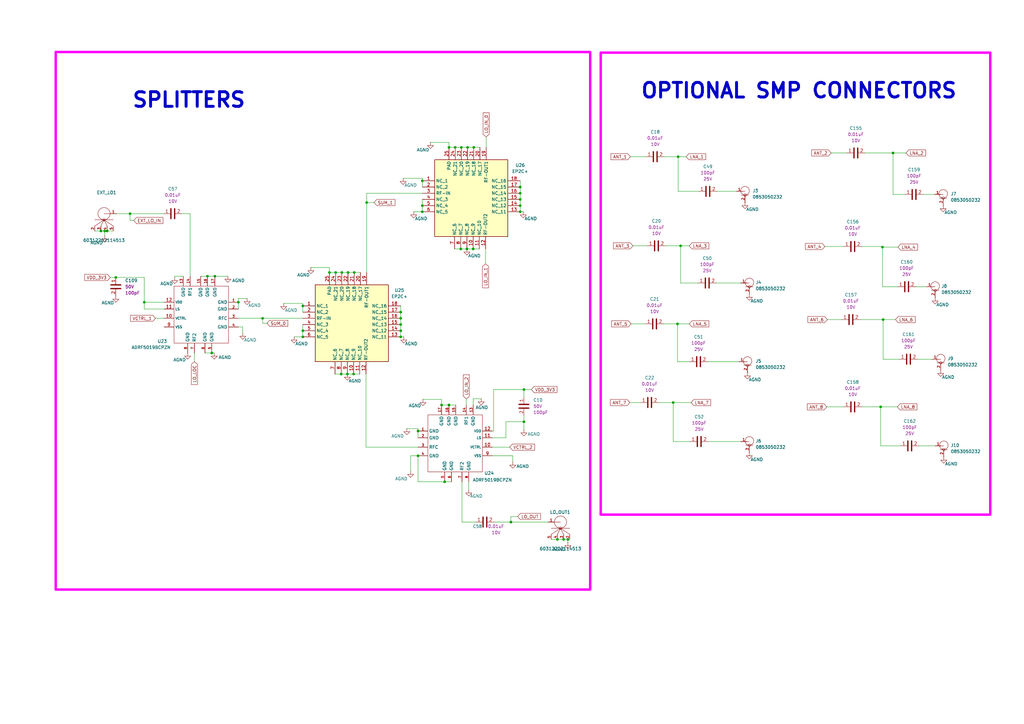
<source format=kicad_sch>
(kicad_sch (version 20250114) (generator "eeschema") (generator_version "9.0")
  (paper "A3")
  (lib_symbols
    (symbol "PABA-DP: CC0603KRX7R9BB101"
      (property "Reference" "C" (at -8.128 -3.048 0))
      (property "V" "50V" (at -8.128 7.62 0))
      (property "C" "100pF" (at -15.494 4.064 0))
      (symbol " CC0603KRX7R9BB101_0_1"
        (polyline (pts (xy -0.762 -5.588) (xy 3.302 -5.588)) (stroke (width 0.508)))
        (polyline (pts (xy -0.762 -7.112) (xy 3.302 -7.112)) (stroke (width 0.508)))
      )
      (symbol " CC0603KRX7R9BB101_1_1"
        (pin passive line (at 1.27 -2.54 270) (length 2.794) (name "~") (number "1"))
        (pin passive line (at 1.27 -10.16 90) (length 2.794) (name "~") (number "2"))
      )
    )
    (symbol "PABA-DP:0853050232"
      (property "Reference" "J" (at 0 0 0))
      (property "Value" "0853050232" (at 0.254 6.35 0))
      (symbol "0853050232_0_1"
        (polyline (pts (xy -3.048 -4.318) (xy 0 -4.318)))
        (polyline (pts (xy -2.794 -2.794) (xy -1.516 -2.794)))
        (polyline (pts (xy -2.786 -6.858) (xy -2.786 -6.858)))
        (circle (center -1.516 -2.54) (radius 1.77))
        (circle (center -1.516 -4.318) (radius 0.508))
      )
      (symbol "0853050232_1_1"
        (pin input line (at -5.08 -2.794 0) (length 2.5) (name "") (number "1"))
        (pin input line (at -1.524 -7.366 90) (length 3) (name "") (number "2"))
      )
    )
    (symbol "PABA-DP:60312202114513"
      (property "Reference" "J" (at 0 0 0))
      (property "Value" "60312202114513" (at 0 0 0))
      (symbol "60312202114513_0_1"
        (polyline (pts (xy -3.81 8.382) (xy 3.81 8.382)))
        (polyline (pts (xy -2.54 10.922) (xy 0 10.922)))
        (polyline (pts (xy -1.27 5.842) (xy -1.27 5.842)))
        (polyline (pts (xy -1.27 5.842) (xy 0 8.382)))
        (circle (center 0 10.922) (radius 2.5))
        (circle (center 0 8.382) (radius 0.508))
        (polyline (pts (xy 0 8.382) (xy -3.81 5.842)))
        (polyline (pts (xy 1.27 5.842) (xy 0 8.382)))
        (polyline (pts (xy 3.81 5.842) (xy 0 8.382)))
      )
      (symbol "60312202114513_1_1"
        (pin input line (at -5.088 10.922 0) (length 2.5) (name "") (number "1"))
        (pin input line (at -3.81 3.81 90) (length 2) (name "") (number "5"))
        (pin input line (at -1.27 3.81 90) (length 2) (name "") (number "4"))
        (pin input line (at 1.27 3.81 90) (length 2) (name "") (number "3"))
        (pin input line (at 3.81 3.81 90) (length 2) (name "") (number "2"))
      )
    )
    (symbol "PABA-DP:ADRF5019BCPZN"
      (property "Reference" "U" (at -0.254 11.176 0))
      (property "Value" "ADRF5019BCPZN" (at -0.254 11.176 0))
      (symbol "ADRF5019BCPZN_0_1"
        (rectangle (start -6.35 0) (end 16.002 -23.368))
      )
      (symbol "ADRF5019BCPZN_1_1"
        (pin passive line (at -10.414 -6.604 0) (length 4) (name "GND") (number "1"))
        (pin passive line (at -10.414 -9.398 0) (length 4) (name "GND") (number "2"))
        (pin passive line (at -10.414 -13.208 0) (length 4) (name "RFC") (number "3"))
        (pin passive line (at -10.414 -16.764 0) (length 4) (name "GND") (number "4"))
        (pin passive line (at -0.762 4.064 270) (length 4) (name "GND") (number "17"))
        (pin passive line (at 0.508 -27.432 90) (length 4) (name "GND") (number "5"))
        (pin passive line (at 2.286 4.064 270) (length 4) (name "GND") (number "16"))
        (pin passive line (at 3.302 -27.432 90) (length 4) (name "GND") (number "6"))
        (pin passive line (at 5.08 4.064 270) (length 4) (name "GND") (number "15"))
        (pin passive line (at 7.62 -27.432 90) (length 4) (name "RF2") (number "7"))
        (pin passive line (at 9.398 4.064 270) (length 4) (name "RF1") (number "14"))
        (pin passive line (at 10.414 -27.432 90) (length 4) (name "GND") (number "8"))
        (pin passive line (at 12.192 4.064 270) (length 4) (name "GND") (number "13"))
        (pin passive line (at 20.066 -6.604 180) (length 4) (name "VDD") (number "12"))
        (pin passive line (at 20.066 -9.398 180) (length 4) (name "LS") (number "11"))
        (pin passive line (at 20.066 -13.208 180) (length 4) (name "VCTRL") (number "10"))
        (pin passive line (at 20.066 -16.764 180) (length 4) (name "VSS") (number "9"))
      )
    )
    (symbol "PABA-DP:EP2C+"
      (property "Reference" "U" (at 31.75 17.78 0))
      (property "Value" "EP2C+" (at 31.75 15.24 0))
      (symbol "EP2C+_1_1"
        (rectangle (start 5.08 8.636) (end 35.052 -22.86) (stroke (width 0.254)) (fill (type background)))
        (pin passive line (at 0 0 0) (length 5.08) (name "NC_1") (number "1"))
        (pin passive line (at 0 -2.54 0) (length 5.08) (name "NC_2") (number "2"))
        (pin passive line (at 0 -5.08 0) (length 5.08) (name "RF-IN") (number "3"))
        (pin passive line (at 0 -7.62 0) (length 5.08) (name "NC_3") (number "4"))
        (pin passive line (at 0 -10.16 0) (length 5.08) (name "NC_4") (number "5"))
        (pin passive line (at 0 -12.7 0) (length 5.08) (name "NC_5") (number "6"))
        (pin passive line (at 10.922 13.716 270) (length 5.08) (name "PAD") (number "25"))
        (pin passive line (at 13.208 -27.94 90) (length 5.08) (name "NC_6") (number "7"))
        (pin passive line (at 13.462 13.716 270) (length 5.08) (name "NC_21") (number "24"))
        (pin passive line (at 15.748 -27.94 90) (length 5.08) (name "NC_7") (number "8"))
        (pin passive line (at 16.002 13.716 270) (length 5.08) (name "NC_20") (number "23"))
        (pin passive line (at 18.288 -27.94 90) (length 5.08) (name "NC_8") (number "9"))
        (pin passive line (at 18.542 13.716 270) (length 5.08) (name "NC_19") (number "22"))
        (pin passive line (at 20.828 -27.94 90) (length 5.08) (name "NC_9") (number "10"))
        (pin passive line (at 21.082 13.716 270) (length 5.08) (name "NC_18") (number "21"))
        (pin passive line (at 23.368 -27.94 90) (length 5.08) (name "NC_10") (number "11"))
        (pin passive line (at 23.622 13.716 270) (length 5.08) (name "NC_17") (number "20"))
        (pin passive line (at 25.908 -27.94 90) (length 5.08) (name "RF-OUT2") (number "12"))
        (pin passive line (at 26.162 13.716 270) (length 5.08) (name "RF-OUT1") (number "19"))
        (pin passive line (at 40.132 0 180) (length 5.08) (name "NC_16") (number "18"))
        (pin passive line (at 40.132 -2.54 180) (length 5.08) (name "NC_15") (number "17"))
        (pin passive line (at 40.132 -5.08 180) (length 5.08) (name "NC_14") (number "16"))
        (pin passive line (at 40.132 -7.62 180) (length 5.08) (name "NC_13") (number "15"))
        (pin passive line (at 40.132 -10.16 180) (length 5.08) (name "NC_12") (number "14"))
        (pin passive line (at 40.132 -12.7 180) (length 5.08) (name "NC_11") (number "13"))
      )
    )
    (symbol "PABA-DP:GND" (power) (pin_numbers (hide yes)) (pin_names (offset 0) (hide yes))
      (property "Value" "GND" (at 0 -3.81 0))
      (symbol "GND_0_1"
        (polyline (pts (xy 0 0) (xy 0 -1.27) (xy 1.27 -1.27) (xy 0 -2.54) (xy -1.27 -1.27) (xy 0 -1.27)))
      )
      (symbol "GND_1_1"
        (pin power_in line (at 0 0 270) (length 0) (name "~") (number "1"))
      )
    )
    (symbol "PABA-DP:GRM033R71A103KA01D"
      (property "Reference" "C" (at 0 0 0))
      (property "C" "0.01uF" (at 0 0 0))
      (property "V" "10V" (at 0 0 0))
      (symbol "GRM033R71A103KA01D_0_1"
        (polyline (pts (xy -0.762 -5.588) (xy 3.302 -5.588)) (stroke (width 0.508)))
        (polyline (pts (xy -0.762 -7.112) (xy 3.302 -7.112)) (stroke (width 0.508)))
      )
      (symbol "GRM033R71A103KA01D_1_1"
        (pin passive line (at 1.27 -2.54 270) (length 2.794) (name "~") (number "1"))
        (pin passive line (at 1.27 -10.16 90) (length 2.794) (name "~") (number "2"))
      )
    )
    (symbol "PABA-DP:GRM033R71E101KA01D"
      (property "Reference" "C" (at 0 0 0))
      (property "C" "100pF" (at 0 0 0))
      (property "V" "25V" (at 0 0 0))
      (symbol "GRM033R71E101KA01D_0_1"
        (polyline (pts (xy -0.762 -5.588) (xy 3.302 -5.588)) (stroke (width 0.508)))
        (polyline (pts (xy -0.762 -7.112) (xy 3.302 -7.112)) (stroke (width 0.508)))
      )
      (symbol "GRM033R71E101KA01D_1_1"
        (pin passive line (at 1.27 -2.54 270) (length 2.794) (name "~") (number "1"))
        (pin passive line (at 1.27 -10.16 90) (length 2.794) (name "~") (number "2"))
      )
    )
  )
  (rectangle (start 246.38 21.59) (end 406.146 211.074) (stroke (width 1) (color 255 0 255 1)))
  (rectangle (start 22.86 21.336) (end 242.062 241.808) (stroke (width 1) (color 255 0 255 1)))
  (text "OPTIONAL SMP CONNECTORS" (at 327.66 37.338 0) (effects (font (size 6 6) (thickness 1.2) (bold yes))))
  (text "SPLITTERS" (at 77.47 41.148 0) (effects (font (size 6 6) (thickness 1.2) (bold yes))))
  (junction (at 213.36 76.708))
  (junction (at 366.268 62.738))
  (junction (at 86.868 144.78))
  (junction (at 189.23 60.452))
  (junction (at 145.288 111.76))
  (junction (at 361.188 166.878))
  (junction (at 124.206 125.476))
  (junction (at 59.182 123.952))
  (junction (at 97.79 123.952))
  (junction (at 135.128 111.76))
  (junction (at 142.494 153.416))
  (junction (at 194.31 60.452))
  (junction (at 279.146 100.838))
  (junction (at 88.138 113.284))
  (junction (at 139.954 153.416))
  (junction (at 278.13 64.262))
  (junction (at 53.34 87.63))
  (junction (at 276.098 165.1))
  (junction (at 107.696 130.556))
  (junction (at 173.228 74.168))
  (junction (at 213.36 84.328))
  (junction (at 171.45 176.784))
  (junction (at 209.55 214.122))
  (junction (at 124.206 138.176))
  (junction (at 140.208 111.76))
  (junction (at 228.608 221.234))
  (junction (at 41.394 94.742))
  (junction (at 184.15 166.116))
  (junction (at 47.498 113.792))
  (junction (at 164.338 128.016))
  (junction (at 42.926 94.742))
  (junction (at 186.69 60.452))
  (junction (at 213.36 81.788))
  (junction (at 164.338 138.176))
  (junction (at 164.338 135.636))
  (junction (at 213.36 79.248))
  (junction (at 184.15 60.452))
  (junction (at 182.372 197.612))
  (junction (at 85.09 113.284))
  (junction (at 173.228 84.328))
  (junction (at 232.918 221.234))
  (junction (at 150.368 83.058))
  (junction (at 214.884 159.766))
  (junction (at 137.668 111.76))
  (junction (at 164.338 133.096))
  (junction (at 361.95 101.346))
  (junction (at 191.516 102.108))
  (junction (at 277.876 132.842))
  (junction (at 181.102 166.116))
  (junction (at 142.748 111.76))
  (junction (at 124.206 135.636))
  (junction (at 191.77 60.452))
  (junction (at 43.934 94.742))
  (junction (at 362.204 131.064))
  (junction (at 231.148 221.234))
  (junction (at 171.45 186.944))
  (junction (at 188.976 102.108))
  (junction (at 213.36 86.868))
  (junction (at 173.228 86.868))
  (junction (at 145.034 153.416))
  (junction (at 194.056 102.108))
  (junction (at 164.338 130.556))
  (junction (at 214.884 172.974))
  (wire (pts (xy 142.748 111.76) (xy 145.288 111.76)))
  (wire (pts (xy 192.278 197.612) (xy 192.278 200.914)))
  (wire (pts (xy 272.288 132.842) (xy 277.876 132.842)))
  (wire (pts (xy 278.13 64.262) (xy 278.13 78.486)))
  (wire (pts (xy 124.206 133.096) (xy 124.206 135.636)))
  (wire (pts (xy 212.3046 211.836) (xy 209.55 211.836)))
  (wire (pts (xy 137.414 153.416) (xy 139.954 153.416)))
  (wire (pts (xy 164.338 133.096) (xy 164.338 135.636)))
  (wire (pts (xy 209.042 183.388) (xy 201.93 183.388)))
  (wire (pts (xy 77.978 87.63) (xy 77.978 113.284)))
  (wire (pts (xy 226.068 221.234) (xy 228.608 221.234)))
  (wire (pts (xy 186.69 60.452) (xy 189.23 60.452)))
  (wire (pts (xy 207.518 172.974) (xy 214.884 172.974)))
  (wire (pts (xy 54.864 90.424) (xy 53.34 90.424)))
  (wire (pts (xy 213.36 74.168) (xy 213.36 76.708)))
  (wire (pts (xy 366.268 62.738) (xy 366.268 79.756)))
  (wire (pts (xy 258.826 132.842) (xy 264.668 132.842)))
  (wire (pts (xy 142.494 153.416) (xy 145.034 153.416)))
  (wire (pts (xy 339.344 131.064) (xy 345.186 131.064)))
  (wire (pts (xy 164.338 125.476) (xy 164.338 128.016)))
  (wire (pts (xy 277.876 148.336) (xy 282.702 148.336)))
  (wire (pts (xy 79.756 148.336) (xy 79.756 144.78)))
  (wire (pts (xy 87.884 144.78) (xy 86.868 144.78)))
  (wire (pts (xy 42.926 96.774) (xy 42.926 94.742)))
  (wire (pts (xy 184.15 58.42) (xy 184.15 60.452)))
  (wire (pts (xy 168.402 186.944) (xy 171.45 186.944)))
  (wire (pts (xy 362.204 147.32) (xy 368.808 147.32)))
  (wire (pts (xy 231.148 221.234) (xy 232.918 221.234)))
  (wire (pts (xy 168.402 193.294) (xy 168.402 186.944)))
  (wire (pts (xy 353.568 101.092) (xy 361.95 101.092)))
  (wire (pts (xy 85.09 113.284) (xy 88.138 113.284)))
  (wire (pts (xy 213.36 81.788) (xy 213.36 84.328)))
  (wire (pts (xy 361.95 117.602) (xy 368.046 117.602)))
  (wire (pts (xy 82.296 113.284) (xy 85.09 113.284)))
  (wire (pts (xy 124.206 135.636) (xy 124.206 138.176)))
  (wire (pts (xy 97.79 134.112) (xy 99.568 134.112)))
  (wire (pts (xy 279.146 100.838) (xy 273.05 100.838)))
  (wire (pts (xy 53.34 90.424) (xy 53.34 87.63)))
  (wire (pts (xy 352.806 131.064) (xy 362.204 131.064)))
  (wire (pts (xy 361.95 101.346) (xy 368.3 101.346)))
  (wire (pts (xy 101.346 122.428) (xy 97.79 122.428)))
  (wire (pts (xy 173.228 84.328) (xy 173.228 86.868)))
  (wire (pts (xy 43.934 94.742) (xy 46.474 94.742)))
  (wire (pts (xy 210.312 186.944) (xy 201.93 186.944)))
  (wire (pts (xy 214.884 176.276) (xy 214.884 172.974)))
  (wire (pts (xy 276.098 165.1) (xy 276.098 181.102)))
  (wire (pts (xy 340.868 62.738) (xy 347.218 62.738)))
  (wire (pts (xy 194.31 60.452) (xy 196.85 60.452)))
  (wire (pts (xy 210.312 189.484) (xy 210.312 186.944)))
  (wire (pts (xy 282.702 100.838) (xy 279.146 100.838)))
  (wire (pts (xy 189.23 60.452) (xy 191.77 60.452)))
  (wire (pts (xy 339.09 166.878) (xy 345.948 166.878)))
  (wire (pts (xy 53.34 87.63) (xy 67.056 87.63)))
  (wire (pts (xy 173.228 74.168) (xy 173.228 76.708)))
  (wire (pts (xy 165.608 138.176) (xy 164.338 138.176)))
  (wire (pts (xy 194.056 102.108) (xy 196.596 102.108)))
  (wire (pts (xy 290.576 181.102) (xy 303.784 181.102)))
  (wire (pts (xy 259.588 100.838) (xy 265.43 100.838)))
  (wire (pts (xy 277.876 132.842) (xy 277.876 148.336)))
  (wire (pts (xy 186.436 102.108) (xy 188.976 102.108)))
  (wire (pts (xy 145.034 153.416) (xy 147.574 153.416)))
  (wire (pts (xy 199.39 56.134) (xy 199.39 60.452)))
  (wire (pts (xy 188.976 102.108) (xy 191.516 102.108)))
  (wire (pts (xy 59.182 113.792) (xy 59.182 123.952)))
  (wire (pts (xy 59.182 123.952) (xy 59.182 126.746)))
  (wire (pts (xy 93.472 113.284) (xy 88.138 113.284)))
  (wire (pts (xy 353.568 166.878) (xy 361.188 166.878)))
  (wire (pts (xy 378.714 79.756) (xy 383.286 79.756)))
  (wire (pts (xy 366.268 79.756) (xy 371.094 79.756)))
  (wire (pts (xy 202.438 176.784) (xy 201.93 176.784)))
  (wire (pts (xy 185.166 197.612) (xy 182.372 197.612)))
  (wire (pts (xy 97.79 123.952) (xy 97.79 126.746)))
  (wire (pts (xy 169.672 86.868) (xy 173.228 86.868)))
  (wire (pts (xy 361.95 101.346) (xy 361.95 117.602)))
  (wire (pts (xy 45.212 113.792) (xy 47.498 113.792)))
  (wire (pts (xy 279.146 116.078) (xy 286.258 116.078)))
  (wire (pts (xy 137.668 111.76) (xy 140.208 111.76)))
  (wire (pts (xy 362.204 131.064) (xy 367.284 131.064)))
  (wire (pts (xy 279.146 100.838) (xy 279.146 116.078)))
  (wire (pts (xy 189.484 214.122) (xy 195.072 214.122)))
  (wire (pts (xy 361.95 101.092) (xy 361.95 101.346)))
  (wire (pts (xy 116.332 124.46) (xy 124.206 124.46)))
  (wire (pts (xy 376.936 182.88) (xy 383.54 182.88)))
  (wire (pts (xy 109.474 132.588) (xy 107.696 132.588)))
  (wire (pts (xy 232.918 221.234) (xy 233.688 221.234)))
  (wire (pts (xy 67.31 126.746) (xy 59.182 126.746)))
  (wire (pts (xy 150.368 111.76) (xy 150.368 83.058)))
  (wire (pts (xy 232.918 222.504) (xy 232.918 221.234)))
  (wire (pts (xy 71.628 113.284) (xy 71.628 113.792)))
  (wire (pts (xy 197.358 163.576) (xy 194.056 163.576)))
  (wire (pts (xy 214.884 172.974) (xy 214.884 170.434)))
  (wire (pts (xy 135.128 109.728) (xy 135.128 111.76)))
  (wire (pts (xy 150.114 153.416) (xy 150.114 183.388)))
  (wire (pts (xy 214.884 162.814) (xy 214.884 159.766)))
  (wire (pts (xy 213.36 79.248) (xy 213.36 81.788)))
  (wire (pts (xy 42.926 94.742) (xy 43.934 94.742)))
  (wire (pts (xy 181.102 163.83) (xy 181.102 166.116)))
  (wire (pts (xy 150.114 183.388) (xy 171.45 183.388)))
  (wire (pts (xy 124.206 124.46) (xy 124.206 125.476)))
  (wire (pts (xy 191.262 163.576) (xy 191.262 166.116)))
  (wire (pts (xy 199.136 108.204) (xy 199.136 102.108)))
  (wire (pts (xy 176.53 58.42) (xy 184.15 58.42)))
  (wire (pts (xy 164.338 128.016) (xy 164.338 130.556)))
  (wire (pts (xy 209.55 214.122) (xy 224.79 214.122)))
  (wire (pts (xy 191.516 102.108) (xy 194.056 102.108)))
  (wire (pts (xy 166.878 175.768) (xy 171.45 175.768)))
  (wire (pts (xy 38.854 94.742) (xy 41.394 94.742)))
  (wire (pts (xy 207.518 179.578) (xy 207.518 172.974)))
  (wire (pts (xy 41.394 94.742) (xy 42.926 94.742)))
  (wire (pts (xy 150.368 83.058) (xy 150.368 79.248)))
  (wire (pts (xy 293.878 116.078) (xy 303.784 116.078)))
  (wire (pts (xy 86.868 144.78) (xy 84.074 144.78)))
  (wire (pts (xy 47.752 87.63) (xy 53.34 87.63)))
  (wire (pts (xy 217.932 159.766) (xy 214.884 159.766)))
  (wire (pts (xy 97.79 122.428) (xy 97.79 123.952)))
  (wire (pts (xy 181.102 166.116) (xy 184.15 166.116)))
  (wire (pts (xy 165.354 73.152) (xy 173.228 73.152)))
  (wire (pts (xy 214.63 86.868) (xy 213.36 86.868)))
  (wire (pts (xy 294.132 78.486) (xy 302.006 78.486)))
  (wire (pts (xy 173.228 73.152) (xy 173.228 74.168)))
  (wire (pts (xy 281.432 64.262) (xy 278.13 64.262)))
  (wire (pts (xy 59.182 123.952) (xy 67.31 123.952)))
  (wire (pts (xy 173.228 81.788) (xy 173.228 84.328)))
  (wire (pts (xy 74.676 87.63) (xy 77.978 87.63)))
  (wire (pts (xy 164.338 135.636) (xy 164.338 138.176)))
  (wire (pts (xy 150.368 83.058) (xy 153.416 83.058)))
  (wire (pts (xy 97.79 130.556) (xy 107.696 130.556)))
  (wire (pts (xy 182.372 197.612) (xy 171.45 197.612)))
  (wire (pts (xy 258.572 64.262) (xy 264.922 64.262)))
  (wire (pts (xy 135.128 111.76) (xy 137.668 111.76)))
  (wire (pts (xy 202.438 159.766) (xy 202.438 176.784)))
  (wire (pts (xy 145.288 111.76) (xy 147.828 111.76)))
  (wire (pts (xy 209.55 211.836) (xy 209.55 214.122)))
  (wire (pts (xy 120.65 138.176) (xy 124.206 138.176)))
  (wire (pts (xy 173.482 163.83) (xy 181.102 163.83)))
  (wire (pts (xy 282.702 132.842) (xy 277.876 132.842)))
  (wire (pts (xy 194.056 163.576) (xy 194.056 166.116)))
  (wire (pts (xy 184.15 60.452) (xy 186.69 60.452)))
  (wire (pts (xy 150.368 79.248) (xy 173.228 79.248)))
  (wire (pts (xy 276.098 181.102) (xy 282.956 181.102)))
  (wire (pts (xy 171.45 176.784) (xy 171.45 179.578)))
  (wire (pts (xy 376.428 147.32) (xy 382.27 147.32)))
  (wire (pts (xy 366.268 62.738) (xy 371.602 62.738)))
  (wire (pts (xy 213.36 84.328) (xy 213.36 86.868)))
  (wire (pts (xy 47.498 113.792) (xy 59.182 113.792)))
  (wire (pts (xy 361.188 166.878) (xy 368.046 166.878)))
  (wire (pts (xy 213.36 76.708) (xy 213.36 79.248)))
  (wire (pts (xy 201.93 179.578) (xy 207.518 179.578)))
  (wire (pts (xy 361.188 182.88) (xy 369.316 182.88)))
  (wire (pts (xy 354.838 62.738) (xy 366.268 62.738)))
  (wire (pts (xy 140.208 111.76) (xy 142.748 111.76)))
  (wire (pts (xy 63.754 130.556) (xy 67.31 130.556)))
  (wire (pts (xy 375.666 117.602) (xy 379.984 117.602)))
  (wire (pts (xy 191.77 60.452) (xy 194.31 60.452)))
  (wire (pts (xy 362.204 131.064) (xy 362.204 147.32)))
  (wire (pts (xy 276.098 165.1) (xy 283.464 165.1)))
  (wire (pts (xy 184.15 166.116) (xy 186.944 166.116)))
  (wire (pts (xy 270.256 165.1) (xy 276.098 165.1)))
  (wire (pts (xy 171.45 197.612) (xy 171.45 186.944)))
  (wire (pts (xy 189.484 197.612) (xy 189.484 214.122)))
  (wire (pts (xy 290.322 148.336) (xy 303.022 148.336)))
  (wire (pts (xy 107.696 132.588) (xy 107.696 130.556)))
  (wire (pts (xy 71.628 113.284) (xy 75.184 113.284)))
  (wire (pts (xy 361.188 166.878) (xy 361.188 182.88)))
  (wire (pts (xy 107.696 130.556) (xy 124.206 130.556)))
  (wire (pts (xy 124.206 125.476) (xy 124.206 128.016)))
  (wire (pts (xy 202.438 159.766) (xy 214.884 159.766)))
  (wire (pts (xy 127.508 109.728) (xy 135.128 109.728)))
  (wire (pts (xy 139.954 153.416) (xy 142.494 153.416)))
  (wire (pts (xy 278.13 78.486) (xy 286.512 78.486)))
  (wire (pts (xy 99.568 134.112) (xy 99.568 136.652)))
  (wire (pts (xy 258.318 165.1) (xy 262.636 165.1)))
  (wire (pts (xy 338.328 101.092) (xy 345.948 101.092)))
  (wire (pts (xy 278.13 64.262) (xy 272.542 64.262)))
  (wire (pts (xy 164.338 130.556) (xy 164.338 133.096)))
  (wire (pts (xy 171.45 175.768) (xy 171.45 176.784)))
  (wire (pts (xy 228.608 221.234) (xy 231.148 221.234)))
  (wire (pts (xy 202.692 214.122) (xy 209.55 214.122)))
  (global_label "ANT_1" (shape input) (at 258.572 64.262 180) (property "Intersheetrefs" "${INTERSHEET_REFS}" (effects (hide yes))))
  (global_label "VCTRL_2" (shape input) (at 209.042 183.388 0) (property "Intersheetrefs" "${INTERSHEET_REFS}" (effects (hide yes))))
  (global_label "ANT_2" (shape input) (at 340.868 62.738 180) (property "Intersheetrefs" "${INTERSHEET_REFS}" (effects (hide yes))))
  (global_label "ANT_5" (shape input) (at 258.826 132.842 180) (property "Intersheetrefs" "${INTERSHEET_REFS}" (effects (hide yes))))
  (global_label "LO_IN_1" (shape input) (at 199.136 108.204 270) (property "Intersheetrefs" "${INTERSHEET_REFS}" (effects (hide yes))))
  (global_label "LNA_5" (shape input) (at 282.702 132.842 0) (property "Intersheetrefs" "${INTERSHEET_REFS}" (effects (hide yes))))
  (global_label "VDD_3V3" (shape input) (at 45.212 113.792 180) (property "Intersheetrefs" "${INTERSHEET_REFS}" (effects (hide yes))))
  (global_label "ANT_6" (shape input) (at 339.344 131.064 180) (property "Intersheetrefs" "${INTERSHEET_REFS}" (effects (hide yes))))
  (global_label "LNA_1" (shape input) (at 281.432 64.262 0) (property "Intersheetrefs" "${INTERSHEET_REFS}" (effects (hide yes))))
  (global_label "LNA_7" (shape input) (at 283.464 165.1 0) (property "Intersheetrefs" "${INTERSHEET_REFS}" (effects (hide yes))))
  (global_label "LNA_8" (shape input) (at 368.046 166.878 0) (property "Intersheetrefs" "${INTERSHEET_REFS}" (effects (hide yes))))
  (global_label "ANT_3" (shape input) (at 259.588 100.838 180) (property "Intersheetrefs" "${INTERSHEET_REFS}" (effects (hide yes))))
  (global_label "SUM_1" (shape input) (at 153.416 83.058 0) (property "Intersheetrefs" "${INTERSHEET_REFS}" (effects (hide yes))))
  (global_label "LNA_6" (shape input) (at 367.284 131.064 0) (property "Intersheetrefs" "${INTERSHEET_REFS}" (effects (hide yes))))
  (global_label "ANT_7" (shape input) (at 258.318 165.1 180) (property "Intersheetrefs" "${INTERSHEET_REFS}" (effects (hide yes))))
  (global_label "LNA_3" (shape input) (at 282.702 100.838 0) (property "Intersheetrefs" "${INTERSHEET_REFS}" (effects (hide yes))))
  (global_label "LNA_4" (shape input) (at 368.3 101.346 0) (property "Intersheetrefs" "${INTERSHEET_REFS}" (effects (hide yes))))
  (global_label "EXT_LO_IN" (shape input) (at 54.864 90.424 0) (property "Intersheetrefs" "${INTERSHEET_REFS}" (effects (hide yes))))
  (global_label "ANT_4" (shape input) (at 338.328 101.092 180) (property "Intersheetrefs" "${INTERSHEET_REFS}" (effects (hide yes))))
  (global_label "VDD_3V3" (shape input) (at 217.932 159.766 0) (property "Intersheetrefs" "${INTERSHEET_REFS}" (effects (hide yes))))
  (global_label "LNA_2" (shape input) (at 371.602 62.738 0) (property "Intersheetrefs" "${INTERSHEET_REFS}" (effects (hide yes))))
  (global_label "LO_IN_2" (shape input) (at 191.262 163.576 90) (property "Intersheetrefs" "${INTERSHEET_REFS}" (effects (hide yes))))
  (global_label "VCTRL_1" (shape input) (at 63.754 130.556 180) (property "Intersheetrefs" "${INTERSHEET_REFS}" (effects (hide yes))))
  (global_label "LO_IN_0" (shape input) (at 199.39 56.134 90) (property "Intersheetrefs" "${INTERSHEET_REFS}" (effects (hide yes))))
  (global_label "LO_OUT" (shape input) (at 212.3046 211.836 0) (property "Intersheetrefs" "${INTERSHEET_REFS}" (effects (hide yes))))
  (global_label "ANT_8" (shape input) (at 339.09 166.878 180) (property "Intersheetrefs" "${INTERSHEET_REFS}" (effects (hide yes))))
  (global_label "SUM_0" (shape input) (at 109.474 132.588 0) (property "Intersheetrefs" "${INTERSHEET_REFS}" (effects (hide yes))))
  (global_label "LO_LOC" (shape input) (at 79.756 148.336 270) (property "Intersheetrefs" "${INTERSHEET_REFS}" (effects (hide yes))))
  (symbol (lib_id "PABA-DP:GND") (at 385.826 151.892 0) (unit 1)
    (property "Reference" "#PWR0192" (effects (hide yes)))
    (property "Value" "AGND" (at 388.874 154.686 0))
    (property "Description" "Power symbol creates a global label with name \"GND\" , ground" (effects (hide yes)))
  )
  (symbol (lib_id "PABA-DP:GND") (at 47.498 121.412 0) (unit 1)
    (property "Reference" "#PWR0218" (effects (hide yes)))
    (property "Value" "AGND" (at 44.196 124.206 0))
    (property "Description" "Power symbol creates a global label with name \"GND\" , ground" (effects (hide yes)))
  )
  (symbol (lib_id "PABA-DP:GND") (at 165.608 138.176 0) (unit 1)
    (property "Reference" "#PWR0199" (effects (hide yes)))
    (property "Value" "AGND" (at 168.656 140.97 0))
    (property "Description" "Power symbol creates a global label with name \"GND\" , ground" (effects (hide yes)))
  )
  (symbol (lib_id "PABA-DP:GND") (at 192.278 200.914 0) (unit 1)
    (property "Reference" "#PWR0206" (effects (hide yes)))
    (property "Value" "AGND" (at 195.326 203.454 0))
    (property "Description" "Power symbol creates a global label with name \"GND\" , ground" (effects (hide yes)))
  )
  (symbol (lib_id "PABA-DP:GND") (at 214.884 176.276 0) (unit 1)
    (property "Reference" "#PWR0208" (effects (hide yes)))
    (property "Value" "AGND" (at 218.948 178.054 0))
    (property "Description" "Power symbol creates a global label with name \"GND\" , ground" (effects (hide yes)))
  )
  (symbol (lib_id "PABA-DP:GND") (at 214.63 86.868 0) (unit 1)
    (property "Reference" "#PWR0194" (effects (hide yes)))
    (property "Value" "AGND" (at 217.678 89.662 0))
    (property "Description" "Power symbol creates a global label with name \"GND\" , ground" (effects (hide yes)))
  )
  (symbol (lib_id "PABA-DP:GRM033R71E101KA01D") (at 366.268 148.59 90) (unit 1)
    (property "Reference" "C161" (at 372.618 137.16 90))
    (property "Value" "GRM033R71E101KA01D" (effects (hide yes)))
    (property "Footprint" "Capacitor_SMD:C_0201_0603Metric" (effects (hide yes)))
    (property "Datasheet" "https://search.murata.co.jp/Ceramy/image/img/A01X/G101/ENG/GRM033R71E101KA01-01.pdf" (effects (hide yes)))
    (property "Description" "100 pF ±10% 25V Ceramic Capacitor X7R 0201 (0603 Metric)" (effects (hide yes)))
    (property "C" "100pF" (at 372.618 139.7 90))
    (property "V" "25V" (at 372.618 142.24 90))
    (property "Acc" "10%" (effects (hide yes)))
  )
  (symbol (lib_id "PABA-DP:0853050232") (at 388.366 76.962 0) (unit 1)
    (property "Reference" "J7" (at 389.89 79.5059 0) (effects (justify left)))
    (property "Value" "0853050232" (at 389.89 82.0459 0) (effects (justify left)))
    (property "Footprint" "Custom:MOLEX_85305-0232" (effects (hide yes)))
    (property "Datasheet" "https://www.molex.com/en-us/products/part-detail/853050232?display=pdf" (effects (hide yes)))
    (property "Description" "SMP Connector Plug, Male Pin 50 Ohms Surface Mount Solder" (effects (hide yes)))
  )
  (symbol (lib_id "PABA-DP: CC0603KRX7R9BB101") (at 46.228 111.252 0) (unit 1)
    (property "Reference" "C109" (at 51.308 115.0619 0) (effects (justify left)))
    (property "Value" "CC0603KRX7R9BB101" (effects (hide yes)))
    (property "Footprint" "Custom:C_0603_1608Metric" (effects (hide yes)))
    (property "Datasheet" "https://www.yageo.com/upload/media/product/productsearch/datasheet/mlcc/UPY-GPHC_X7R_6.3V-to-250V_24.pdf" (effects (hide yes)))
    (property "Description" "CAP CER 100pF 50V 10% X7R 0603" (effects (hide yes)))
    (property "V" "50V" (at 51.308 117.6019 0) (effects (justify left)))
    (property "C" "100pF" (at 51.308 120.1419 0) (effects (justify left)))
    (property "Acc" "10%" (effects (hide yes)))
  )
  (symbol (lib_id "PABA-DP:GND") (at 173.482 163.83 0) (unit 1)
    (property "Reference" "#PWR0210" (effects (hide yes)))
    (property "Value" "AGND" (at 170.18 166.37 0))
    (property "Description" "Power symbol creates a global label with name \"GND\" , ground" (effects (hide yes)))
  )
  (symbol (lib_id "PABA-DP:GND") (at 307.34 185.674 0) (unit 1)
    (property "Reference" "#PWR0189" (effects (hide yes)))
    (property "Value" "AGND" (at 310.388 188.468 0))
    (property "Description" "Power symbol creates a global label with name \"GND\" , ground" (effects (hide yes)))
  )
  (symbol (lib_id "PABA-DP:GND") (at 383.54 122.174 0) (unit 1)
    (property "Reference" "#PWR0191" (effects (hide yes)))
    (property "Value" "AGND" (at 386.588 124.968 0))
    (property "Description" "Power symbol creates a global label with name \"GND\" , ground" (effects (hide yes)))
  )
  (symbol (lib_id "PABA-DP:0853050232") (at 308.864 113.284 0) (unit 1)
    (property "Reference" "J4" (at 309.88 115.8279 0) (effects (justify left)))
    (property "Value" "0853050232" (at 309.88 118.3679 0) (effects (justify left)))
    (property "Footprint" "Custom:MOLEX_85305-0232" (effects (hide yes)))
    (property "Datasheet" "https://www.molex.com/en-us/products/part-detail/853050232?display=pdf" (effects (hide yes)))
    (property "Description" "SMP Connector Plug, Male Pin 50 Ohms Surface Mount Solder" (effects (hide yes)))
  )
  (symbol (lib_id "PABA-DP:0853050232") (at 385.064 114.808 0) (unit 1)
    (property "Reference" "J8" (at 386.08 117.3519 0) (effects (justify left)))
    (property "Value" "0853050232" (at 386.08 119.8919 0) (effects (justify left)))
    (property "Footprint" "Custom:MOLEX_85305-0232" (effects (hide yes)))
    (property "Datasheet" "https://www.molex.com/en-us/products/part-detail/853050232?display=pdf" (effects (hide yes)))
    (property "Description" "SMP Connector Plug, Male Pin 50 Ohms Surface Mount Solder" (effects (hide yes)))
  )
  (symbol (lib_id "PABA-DP:GND") (at 165.354 73.152 0) (unit 1)
    (property "Reference" "#PWR0197" (effects (hide yes)))
    (property "Value" "AGND" (at 168.402 75.946 0))
    (property "Description" "Power symbol creates a global label with name \"GND\" , ground" (effects (hide yes)))
  )
  (symbol (lib_id "PABA-DP:GRM033R71E101KA01D") (at 368.554 81.026 90) (unit 1)
    (property "Reference" "C159" (at 374.904 69.596 90))
    (property "Value" "GRM033R71E101KA01D" (effects (hide yes)))
    (property "Footprint" "Capacitor_SMD:C_0201_0603Metric" (effects (hide yes)))
    (property "Datasheet" "https://search.murata.co.jp/Ceramy/image/img/A01X/G101/ENG/GRM033R71E101KA01-01.pdf" (effects (hide yes)))
    (property "Description" "100 pF ±10% 25V Ceramic Capacitor X7R 0201 (0603 Metric)" (effects (hide yes)))
    (property "C" "100pF" (at 374.904 72.136 90))
    (property "V" "25V" (at 374.904 74.676 90))
    (property "Acc" "10%" (effects (hide yes)))
  )
  (symbol (lib_id "PABA-DP:0853050232") (at 308.102 145.542 0) (unit 1)
    (property "Reference" "J5" (at 309.88 148.0859 0) (effects (justify left)))
    (property "Value" "0853050232" (at 309.88 150.6259 0) (effects (justify left)))
    (property "Footprint" "Custom:MOLEX_85305-0232" (effects (hide yes)))
    (property "Datasheet" "https://www.molex.com/en-us/products/part-detail/853050232?display=pdf" (effects (hide yes)))
    (property "Description" "SMP Connector Plug, Male Pin 50 Ohms Surface Mount Solder" (effects (hide yes)))
  )
  (symbol (lib_id "PABA-DP:GRM033R71A103KA01D") (at 64.516 88.9 90) (unit 1)
    (property "Reference" "C57" (at 70.866 77.47 90))
    (property "Value" "GRM033R71A103KA01D" (effects (hide yes)))
    (property "Footprint" "Capacitor_SMD:C_0201_0603Metric" (effects (hide yes)))
    (property "Datasheet" "https://search.murata.co.jp/Ceramy/image/img/A01X/G101/ENG/GRM033R71A103KA01-01.pdf" (effects (hide yes)))
    (property "Description" "10000 pF ±10% 10V Ceramic Capacitor X7R 0201 (0603 Metric)" (effects (hide yes)))
    (property "C" "0.01uF" (at 70.866 80.01 90))
    (property "V" "10V" (at 70.866 82.55 90))
    (property "Acc" "10%" (effects (hide yes)))
  )
  (symbol (lib_id "PABA-DP:GRM033R71E101KA01D") (at 280.162 149.606 90) (unit 1)
    (property "Reference" "C51" (at 286.512 138.176 90))
    (property "Value" "GRM033R71E101KA01D" (effects (hide yes)))
    (property "Footprint" "Capacitor_SMD:C_0201_0603Metric" (effects (hide yes)))
    (property "Datasheet" "https://search.murata.co.jp/Ceramy/image/img/A01X/G101/ENG/GRM033R71E101KA01-01.pdf" (effects (hide yes)))
    (property "Description" "100 pF ±10% 25V Ceramic Capacitor X7R 0201 (0603 Metric)" (effects (hide yes)))
    (property "C" "100pF" (at 286.512 140.716 90))
    (property "V" "25V" (at 286.512 143.256 90))
    (property "Acc" "10%" (effects (hide yes)))
  )
  (symbol (lib_id "PABA-DP:GRM033R71E101KA01D") (at 280.416 182.372 90) (unit 1)
    (property "Reference" "C52" (at 286.766 170.942 90))
    (property "Value" "GRM033R71E101KA01D" (effects (hide yes)))
    (property "Footprint" "Capacitor_SMD:C_0201_0603Metric" (effects (hide yes)))
    (property "Datasheet" "https://search.murata.co.jp/Ceramy/image/img/A01X/G101/ENG/GRM033R71E101KA01-01.pdf" (effects (hide yes)))
    (property "Description" "100 pF ±10% 25V Ceramic Capacitor X7R 0201 (0603 Metric)" (effects (hide yes)))
    (property "C" "100pF" (at 286.766 173.482 90))
    (property "V" "25V" (at 286.766 176.022 90))
    (property "Acc" "10%" (effects (hide yes)))
  )
  (symbol (lib_id "PABA-DP:ADRF5019BCPZN") (at 87.376 117.348 0) (mirror y) (unit 1)
    (property "Reference" "U23" (at 66.548 139.954 0))
    (property "Value" "ADRF5019BCPZN" (at 61.976 142.494 0))
    (property "Footprint" "Package_CSP:LFCSP-16-1EP_3x3mm_P0.5mm_EP1.7x1.7mm" (effects (hide yes)))
    (property "Datasheet" "https://www.analog.com/media/en/technical-documentation/data-sheets/ADRF5019.pdf" (effects (hide yes)))
    (property "Description" "RF Switch IC VSAT SPDT 50Ohm 16-LFCSP (3x3)" (effects (hide yes)))
  )
  (symbol (lib_id "PABA-DP:60312202114513") (at 42.664 98.552 0) (mirror y) (unit 1)
    (property "Reference" "EXT_LO1" (at 47.744 78.994 0) (effects (justify left)))
    (property "Value" "60312202114513" (at 42.664 98.552 0))
    (property "Footprint" "Custom:60312202114513" (effects (hide yes)))
    (property "Datasheet" "https://www.we-online.com/components/products/datasheet/60312202114513.pdf" (effects (hide yes)))
    (property "Description" "SMA Connector Jack, Female Socket 50 Ohms Board Edge, End Launch Solder" (effects (hide yes)))
  )
  (symbol (lib_id "PABA-DP:EP2C+") (at 173.228 74.168 0) (unit 1)
    (property "Reference" "U26" (at 213.36 67.7478 0))
    (property "Value" "EP2C+" (at 213.36 70.2878 0))
    (property "Footprint" "Package_DFN_QFN:QFN-24-1EP_4x4mm_P0.5mm_EP2.6x2.6mm" (effects (hide yes)))
    (property "Datasheet" "https://www.minicircuits.com/pdfs/EP2C+.pdf" (effects (hide yes)))
    (property "Description" "RF Power Divider 1.8 GHz ~ 12.5 GHz Isolation (Min) 14dB, 1.6 VSWR (Typ), 10° Imbalance (Max) 24-VFQFN Exposed Pad" (effects (hide yes)))
  )
  (symbol (lib_id "PABA-DP:GND") (at 127.508 109.728 0) (unit 1)
    (property "Reference" "#PWR0203" (effects (hide yes)))
    (property "Value" "AGND" (at 124.46 112.776 0))
    (property "Description" "Power symbol creates a global label with name \"GND\" , ground" (effects (hide yes)))
  )
  (symbol (lib_id "PABA-DP:GND") (at 168.402 193.294 0) (unit 1)
    (property "Reference" "#PWR0205" (effects (hide yes)))
    (property "Value" "AGND" (at 164.592 196.342 0))
    (property "Description" "Power symbol creates a global label with name \"GND\" , ground" (effects (hide yes)))
  )
  (symbol (lib_id "PABA-DP:GND") (at 191.516 102.108 0) (unit 1)
    (property "Reference" "#PWR0195" (effects (hide yes)))
    (property "Value" "AGND" (at 194.564 104.902 0))
    (property "Description" "Power symbol creates a global label with name \"GND\" , ground" (effects (hide yes)))
  )
  (symbol (lib_id "PABA-DP:60312202114513") (at 229.878 225.044 0) (unit 1)
    (property "Reference" "LO_OUT1" (at 225.552 210.058 0) (effects (justify left)))
    (property "Value" "60312202114513" (at 229.878 225.044 0))
    (property "Footprint" "Custom:60312202114513" (effects (hide yes)))
    (property "Datasheet" "https://www.we-online.com/components/products/datasheet/60312202114513.pdf" (effects (hide yes)))
    (property "Description" "SMA Connector Jack, Female Socket 50 Ohms Board Edge, End Launch Solder" (effects (hide yes)))
  )
  (symbol (lib_id "PABA-DP:GND") (at 116.332 124.46 0) (unit 1)
    (property "Reference" "#PWR0201" (effects (hide yes)))
    (property "Value" "AGND" (at 119.38 127.254 0))
    (property "Description" "Power symbol creates a global label with name \"GND\" , ground" (effects (hide yes)))
  )
  (symbol (lib_id "PABA-DP:GND") (at 99.568 136.652 0) (unit 1)
    (property "Reference" "#PWR0212" (effects (hide yes)))
    (property "Value" "AGND" (at 102.616 139.446 0))
    (property "Description" "Power symbol creates a global label with name \"GND\" , ground" (effects (hide yes)))
  )
  (symbol (lib_id "PABA-DP:GND") (at 42.926 96.774 0) (unit 1)
    (property "Reference" "#PWR0219" (effects (hide yes)))
    (property "Value" "AGND" (at 39.624 99.568 0))
    (property "Description" "Power symbol creates a global label with name \"GND\" , ground" (effects (hide yes)))
  )
  (symbol (lib_id "PABA-DP:GND") (at 87.884 144.78 0) (unit 1)
    (property "Reference" "#PWR0216" (effects (hide yes)))
    (property "Value" "AGND" (at 92.202 146.558 0))
    (property "Description" "Power symbol creates a global label with name \"GND\" , ground" (effects (hide yes)))
  )
  (symbol (lib_id "PABA-DP:GND") (at 76.962 144.78 0) (unit 1)
    (property "Reference" "#PWR0217" (effects (hide yes)))
    (property "Value" "AGND" (at 73.66 147.574 0))
    (property "Description" "Power symbol creates a global label with name \"GND\" , ground" (effects (hide yes)))
  )
  (symbol (lib_id "PABA-DP:GND") (at 387.096 187.452 0) (unit 1)
    (property "Reference" "#PWR0193" (effects (hide yes)))
    (property "Value" "AGND" (at 390.144 190.246 0))
    (property "Description" "Power symbol creates a global label with name \"GND\" , ground" (effects (hide yes)))
  )
  (symbol (lib_id "PABA-DP:GRM033R71A103KA01D") (at 192.532 215.392 90) (unit 1)
    (property "Reference" "C58" (at 195.834 215.9 90))
    (property "Value" "GRM033R71A103KA01D" (effects (hide yes)))
    (property "Footprint" "Capacitor_SMD:C_0201_0603Metric" (effects (hide yes)))
    (property "Datasheet" "https://search.murata.co.jp/Ceramy/image/img/A01X/G101/ENG/GRM033R71A103KA01-01.pdf" (effects (hide yes)))
    (property "Description" "10000 pF ±10% 10V Ceramic Capacitor X7R 0201 (0603 Metric)" (effects (hide yes)))
    (property "C" "0.01uF" (at 203.454 215.9 90))
    (property "V" "10V" (at 203.454 218.44 90))
    (property "Acc" "10%" (effects (hide yes)))
  )
  (symbol (lib_id "PABA-DP:GND") (at 306.578 152.908 0) (unit 1)
    (property "Reference" "#PWR0188" (effects (hide yes)))
    (property "Value" "AGND" (at 309.626 155.702 0))
    (property "Description" "Power symbol creates a global label with name \"GND\" , ground" (effects (hide yes)))
  )
  (symbol (lib_id "PABA-DP:GND") (at 386.842 84.328 0) (unit 1)
    (property "Reference" "#PWR0190" (effects (hide yes)))
    (property "Value" "AGND" (at 389.89 87.122 0))
    (property "Description" "Power symbol creates a global label with name \"GND\" , ground" (effects (hide yes)))
  )
  (symbol (lib_id "PABA-DP:GRM033R71E101KA01D") (at 283.718 117.348 90) (unit 1)
    (property "Reference" "C50" (at 290.068 105.918 90))
    (property "Value" "GRM033R71E101KA01D" (effects (hide yes)))
    (property "Footprint" "Capacitor_SMD:C_0201_0603Metric" (effects (hide yes)))
    (property "Datasheet" "https://search.murata.co.jp/Ceramy/image/img/A01X/G101/ENG/GRM033R71E101KA01-01.pdf" (effects (hide yes)))
    (property "Description" "100 pF ±10% 25V Ceramic Capacitor X7R 0201 (0603 Metric)" (effects (hide yes)))
    (property "C" "100pF" (at 290.068 108.458 90))
    (property "V" "25V" (at 290.068 110.998 90))
    (property "Acc" "10%" (effects (hide yes)))
  )
  (symbol (lib_id "PABA-DP:ADRF5019BCPZN") (at 181.864 170.18 0) (unit 1)
    (property "Reference" "U24" (at 200.66 194.056 0))
    (property "Value" "ADRF5019BCPZN" (at 201.93 196.85 0))
    (property "Footprint" "Package_CSP:LFCSP-16-1EP_3x3mm_P0.5mm_EP1.7x1.7mm" (effects (hide yes)))
    (property "Datasheet" "https://www.analog.com/media/en/technical-documentation/data-sheets/ADRF5019.pdf" (effects (hide yes)))
    (property "Description" "RF Switch IC VSAT SPDT 50Ohm 16-LFCSP (3x3)" (effects (hide yes)))
  )
  (symbol (lib_id "PABA-DP:GRM033R71A103KA01D") (at 344.678 64.008 90) (unit 1)
    (property "Reference" "C155" (at 351.028 52.578 90))
    (property "Value" "GRM033R71A103KA01D" (effects (hide yes)))
    (property "Footprint" "Capacitor_SMD:C_0201_0603Metric" (effects (hide yes)))
    (property "Datasheet" "https://search.murata.co.jp/Ceramy/image/img/A01X/G101/ENG/GRM033R71A103KA01-01.pdf" (effects (hide yes)))
    (property "Description" "10000 pF ±10% 10V Ceramic Capacitor X7R 0201 (0603 Metric)" (effects (hide yes)))
    (property "C" "0.01uF" (at 351.028 55.118 90))
    (property "V" "10V" (at 351.028 57.658 90))
    (property "Acc" "10%" (effects (hide yes)))
  )
  (symbol (lib_id "PABA-DP:EP2C+") (at 124.206 125.476 0) (unit 1)
    (property "Reference" "U25" (at 163.83 119.0558 0))
    (property "Value" "EP2C+" (at 163.83 121.5958 0))
    (property "Footprint" "Package_DFN_QFN:QFN-24-1EP_4x4mm_P0.5mm_EP2.6x2.6mm" (effects (hide yes)))
    (property "Datasheet" "https://www.minicircuits.com/pdfs/EP2C+.pdf" (effects (hide yes)))
    (property "Description" "RF Power Divider 1.8 GHz ~ 12.5 GHz Isolation (Min) 14dB, 1.6 VSWR (Typ), 10° Imbalance (Max) 24-VFQFN Exposed Pad" (effects (hide yes)))
  )
  (symbol (lib_id "PABA-DP:GND") (at 169.672 86.868 0) (unit 1)
    (property "Reference" "#PWR0196" (effects (hide yes)))
    (property "Value" "AGND" (at 172.72 89.662 0))
    (property "Description" "Power symbol creates a global label with name \"GND\" , ground" (effects (hide yes)))
  )
  (symbol (lib_id "PABA-DP:GRM033R71A103KA01D") (at 262.128 134.112 90) (unit 1)
    (property "Reference" "C21" (at 268.478 122.682 90))
    (property "Value" "GRM033R71A103KA01D" (effects (hide yes)))
    (property "Footprint" "Capacitor_SMD:C_0201_0603Metric" (effects (hide yes)))
    (property "Datasheet" "https://search.murata.co.jp/Ceramy/image/img/A01X/G101/ENG/GRM033R71A103KA01-01.pdf" (effects (hide yes)))
    (property "Description" "10000 pF ±10% 10V Ceramic Capacitor X7R 0201 (0603 Metric)" (effects (hide yes)))
    (property "C" "0.01uF" (at 268.478 125.222 90))
    (property "V" "10V" (at 268.478 127.762 90))
    (property "Acc" "10%" (effects (hide yes)))
  )
  (symbol (lib_id "PABA-DP: CC0603KRX7R9BB101") (at 213.614 160.274 0) (unit 1)
    (property "Reference" "C10" (at 218.694 164.0839 0) (effects (justify left)))
    (property "Value" "CC0603KRX7R9BB101" (effects (hide yes)))
    (property "Footprint" "Custom:C_0603_1608Metric" (effects (hide yes)))
    (property "Datasheet" "https://www.yageo.com/upload/media/product/productsearch/datasheet/mlcc/UPY-GPHC_X7R_6.3V-to-250V_24.pdf" (effects (hide yes)))
    (property "Description" "CAP CER 100pF 50V 10% X7R 0603" (effects (hide yes)))
    (property "V" "50V" (at 218.694 166.6239 0) (effects (justify left)))
    (property "C" "100pF" (at 218.694 169.1639 0) (effects (justify left)))
    (property "Acc" "10%" (effects (hide yes)))
  )
  (symbol (lib_id "PABA-DP:0853050232") (at 387.35 144.526 0) (unit 1)
    (property "Reference" "J9" (at 388.62 147.0699 0) (effects (justify left)))
    (property "Value" "0853050232" (at 388.62 149.6099 0) (effects (justify left)))
    (property "Footprint" "Custom:MOLEX_85305-0232" (effects (hide yes)))
    (property "Datasheet" "https://www.molex.com/en-us/products/part-detail/853050232?display=pdf" (effects (hide yes)))
    (property "Description" "SMP Connector Plug, Male Pin 50 Ohms Surface Mount Solder" (effects (hide yes)))
  )
  (symbol (lib_id "PABA-DP:GND") (at 120.65 138.176 0) (unit 1)
    (property "Reference" "#PWR0202" (effects (hide yes)))
    (property "Value" "AGND" (at 123.698 140.97 0))
    (property "Description" "Power symbol creates a global label with name \"GND\" , ground" (effects (hide yes)))
  )
  (symbol (lib_id "PABA-DP:GRM033R71E101KA01D") (at 283.972 79.756 90) (unit 1)
    (property "Reference" "C49" (at 290.322 68.326 90))
    (property "Value" "GRM033R71E101KA01D" (effects (hide yes)))
    (property "Footprint" "Capacitor_SMD:C_0201_0603Metric" (effects (hide yes)))
    (property "Datasheet" "https://search.murata.co.jp/Ceramy/image/img/A01X/G101/ENG/GRM033R71E101KA01-01.pdf" (effects (hide yes)))
    (property "Description" "100 pF ±10% 25V Ceramic Capacitor X7R 0201 (0603 Metric)" (effects (hide yes)))
    (property "C" "100pF" (at 290.322 70.866 90))
    (property "V" "25V" (at 290.322 73.406 90))
    (property "Acc" "10%" (effects (hide yes)))
  )
  (symbol (lib_id "PABA-DP:GND") (at 142.494 153.416 0) (unit 1)
    (property "Reference" "#PWR0200" (effects (hide yes)))
    (property "Value" "AGND" (at 145.542 156.21 0))
    (property "Description" "Power symbol creates a global label with name \"GND\" , ground" (effects (hide yes)))
  )
  (symbol (lib_id "PABA-DP:GRM033R71A103KA01D") (at 343.408 168.148 90) (unit 1)
    (property "Reference" "C158" (at 349.758 156.718 90))
    (property "Value" "GRM033R71A103KA01D" (effects (hide yes)))
    (property "Footprint" "Capacitor_SMD:C_0201_0603Metric" (effects (hide yes)))
    (property "Datasheet" "https://search.murata.co.jp/Ceramy/image/img/A01X/G101/ENG/GRM033R71A103KA01-01.pdf" (effects (hide yes)))
    (property "Description" "10000 pF ±10% 10V Ceramic Capacitor X7R 0201 (0603 Metric)" (effects (hide yes)))
    (property "C" "0.01uF" (at 349.758 159.258 90))
    (property "V" "10V" (at 349.758 161.798 90))
    (property "Acc" "10%" (effects (hide yes)))
  )
  (symbol (lib_id "PABA-DP:GND") (at 71.628 113.792 0) (unit 1)
    (property "Reference" "#PWR0215" (effects (hide yes)))
    (property "Value" "AGND" (at 68.326 116.332 0))
    (property "Description" "Power symbol creates a global label with name \"GND\" , ground" (effects (hide yes)))
  )
  (symbol (lib_id "PABA-DP:GND") (at 210.312 189.484 0) (unit 1)
    (property "Reference" "#PWR0209" (effects (hide yes)))
    (property "Value" "AGND" (at 214.376 191.262 0))
    (property "Description" "Power symbol creates a global label with name \"GND\" , ground" (effects (hide yes)))
  )
  (symbol (lib_id "PABA-DP:0853050232") (at 388.62 180.086 0) (unit 1)
    (property "Reference" "J10" (at 389.89 182.6299 0) (effects (justify left)))
    (property "Value" "0853050232" (at 389.89 185.1699 0) (effects (justify left)))
    (property "Footprint" "Custom:MOLEX_85305-0232" (effects (hide yes)))
    (property "Datasheet" "https://www.molex.com/en-us/products/part-detail/853050232?display=pdf" (effects (hide yes)))
    (property "Description" "SMP Connector Plug, Male Pin 50 Ohms Surface Mount Solder" (effects (hide yes)))
  )
  (symbol (lib_id "PABA-DP:GND") (at 307.34 120.65 0) (unit 1)
    (property "Reference" "#PWR0187" (effects (hide yes)))
    (property "Value" "AGND" (at 310.388 123.444 0))
    (property "Description" "Power symbol creates a global label with name \"GND\" , ground" (effects (hide yes)))
  )
  (symbol (lib_id "PABA-DP:GND") (at 166.878 175.768 0) (unit 1)
    (property "Reference" "#PWR0204" (effects (hide yes)))
    (property "Value" "AGND" (at 163.068 178.816 0))
    (property "Description" "Power symbol creates a global label with name \"GND\" , ground" (effects (hide yes)))
  )
  (symbol (lib_id "PABA-DP:GRM033R71A103KA01D") (at 342.646 132.334 90) (unit 1)
    (property "Reference" "C157" (at 348.996 120.904 90))
    (property "Value" "GRM033R71A103KA01D" (effects (hide yes)))
    (property "Footprint" "Capacitor_SMD:C_0201_0603Metric" (effects (hide yes)))
    (property "Datasheet" "https://search.murata.co.jp/Ceramy/image/img/A01X/G101/ENG/GRM033R71A103KA01-01.pdf" (effects (hide yes)))
    (property "Description" "10000 pF ±10% 10V Ceramic Capacitor X7R 0201 (0603 Metric)" (effects (hide yes)))
    (property "C" "0.01uF" (at 348.996 123.444 90))
    (property "V" "10V" (at 348.996 125.984 90))
    (property "Acc" "10%" (effects (hide yes)))
  )
  (symbol (lib_id "PABA-DP:GRM033R71A103KA01D") (at 262.382 65.532 90) (unit 1)
    (property "Reference" "C18" (at 268.732 54.102 90))
    (property "Value" "GRM033R71A103KA01D" (effects (hide yes)))
    (property "Footprint" "Capacitor_SMD:C_0201_0603Metric" (effects (hide yes)))
    (property "Datasheet" "https://search.murata.co.jp/Ceramy/image/img/A01X/G101/ENG/GRM033R71A103KA01-01.pdf" (effects (hide yes)))
    (property "Description" "10000 pF ±10% 10V Ceramic Capacitor X7R 0201 (0603 Metric)" (effects (hide yes)))
    (property "C" "0.01uF" (at 268.732 56.642 90))
    (property "V" "10V" (at 268.732 59.182 90))
    (property "Acc" "10%" (effects (hide yes)))
  )
  (symbol (lib_id "PABA-DP:GRM033R71A103KA01D") (at 262.89 102.108 90) (unit 1)
    (property "Reference" "C20" (at 269.24 90.678 90))
    (property "Value" "GRM033R71A103KA01D" (effects (hide yes)))
    (property "Footprint" "Capacitor_SMD:C_0201_0603Metric" (effects (hide yes)))
    (property "Datasheet" "https://search.murata.co.jp/Ceramy/image/img/A01X/G101/ENG/GRM033R71A103KA01-01.pdf" (effects (hide yes)))
    (property "Description" "10000 pF ±10% 10V Ceramic Capacitor X7R 0201 (0603 Metric)" (effects (hide yes)))
    (property "C" "0.01uF" (at 269.24 93.218 90))
    (property "V" "10V" (at 269.24 95.758 90))
    (property "Acc" "10%" (effects (hide yes)))
  )
  (symbol (lib_id "PABA-DP:GND") (at 305.562 83.058 0) (unit 1)
    (property "Reference" "#PWR0186" (effects (hide yes)))
    (property "Value" "AGND" (at 308.61 85.852 0))
    (property "Description" "Power symbol creates a global label with name \"GND\" , ground" (effects (hide yes)))
  )
  (symbol (lib_id "PABA-DP:GND") (at 197.358 163.576 0) (unit 1)
    (property "Reference" "#PWR0211" (effects (hide yes)))
    (property "Value" "AGND" (at 197.612 167.132 0))
    (property "Description" "Power symbol creates a global label with name \"GND\" , ground" (effects (hide yes)))
  )
  (symbol (lib_id "PABA-DP:GND") (at 93.472 113.284 0) (unit 1)
    (property "Reference" "#PWR0214" (effects (hide yes)))
    (property "Value" "AGND" (at 97.79 115.062 0))
    (property "Description" "Power symbol creates a global label with name \"GND\" , ground" (effects (hide yes)))
  )
  (symbol (lib_id "PABA-DP:GND") (at 176.53 58.42 0) (unit 1)
    (property "Reference" "#PWR0198" (effects (hide yes)))
    (property "Value" "AGND" (at 173.482 61.468 0))
    (property "Description" "Power symbol creates a global label with name \"GND\" , ground" (effects (hide yes)))
  )
  (symbol (lib_id "PABA-DP:GRM033R71E101KA01D") (at 366.776 184.15 90) (unit 1)
    (property "Reference" "C162" (at 373.126 172.72 90))
    (property "Value" "GRM033R71E101KA01D" (effects (hide yes)))
    (property "Footprint" "Capacitor_SMD:C_0201_0603Metric" (effects (hide yes)))
    (property "Datasheet" "https://search.murata.co.jp/Ceramy/image/img/A01X/G101/ENG/GRM033R71E101KA01-01.pdf" (effects (hide yes)))
    (property "Description" "100 pF ±10% 25V Ceramic Capacitor X7R 0201 (0603 Metric)" (effects (hide yes)))
    (property "C" "100pF" (at 373.126 175.26 90))
    (property "V" "25V" (at 373.126 177.8 90))
    (property "Acc" "10%" (effects (hide yes)))
  )
  (symbol (lib_id "PABA-DP:GND") (at 101.346 122.428 0) (unit 1)
    (property "Reference" "#PWR0213" (effects (hide yes)))
    (property "Value" "AGND" (at 104.394 125.222 0))
    (property "Description" "Power symbol creates a global label with name \"GND\" , ground" (effects (hide yes)))
  )
  (symbol (lib_id "PABA-DP:GRM033R71A103KA01D") (at 343.408 102.362 90) (unit 1)
    (property "Reference" "C156" (at 349.758 90.932 90))
    (property "Value" "GRM033R71A103KA01D" (effects (hide yes)))
    (property "Footprint" "Capacitor_SMD:C_0201_0603Metric" (effects (hide yes)))
    (property "Datasheet" "https://search.murata.co.jp/Ceramy/image/img/A01X/G101/ENG/GRM033R71A103KA01-01.pdf" (effects (hide yes)))
    (property "Description" "10000 pF ±10% 10V Ceramic Capacitor X7R 0201 (0603 Metric)" (effects (hide yes)))
    (property "C" "0.01uF" (at 349.758 93.472 90))
    (property "V" "10V" (at 349.758 96.012 90))
    (property "Acc" "10%" (effects (hide yes)))
  )
  (symbol (lib_id "PABA-DP:GRM033R71E101KA01D") (at 365.506 118.872 90) (unit 1)
    (property "Reference" "C160" (at 371.856 107.442 90))
    (property "Value" "GRM033R71E101KA01D" (effects (hide yes)))
    (property "Footprint" "Capacitor_SMD:C_0201_0603Metric" (effects (hide yes)))
    (property "Datasheet" "https://search.murata.co.jp/Ceramy/image/img/A01X/G101/ENG/GRM033R71E101KA01-01.pdf" (effects (hide yes)))
    (property "Description" "100 pF ±10% 25V Ceramic Capacitor X7R 0201 (0603 Metric)" (effects (hide yes)))
    (property "C" "100pF" (at 371.856 109.982 90))
    (property "V" "25V" (at 371.856 112.522 90))
    (property "Acc" "10%" (effects (hide yes)))
  )
  (symbol (lib_id "PABA-DP:0853050232") (at 307.086 75.692 0) (unit 1)
    (property "Reference" "J3" (at 308.61 78.2359 0) (effects (justify left)))
    (property "Value" "0853050232" (at 308.61 80.7759 0) (effects (justify left)))
    (property "Footprint" "Custom:MOLEX_85305-0232" (effects (hide yes)))
    (property "Datasheet" "https://www.molex.com/en-us/products/part-detail/853050232?display=pdf" (effects (hide yes)))
    (property "Description" "SMP Connector Plug, Male Pin 50 Ohms Surface Mount Solder" (effects (hide yes)))
  )
  (symbol (lib_id "PABA-DP:GRM033R71A103KA01D") (at 260.096 166.37 90) (unit 1)
    (property "Reference" "C22" (at 266.446 154.94 90))
    (property "Value" "GRM033R71A103KA01D" (effects (hide yes)))
    (property "Footprint" "Capacitor_SMD:C_0201_0603Metric" (effects (hide yes)))
    (property "Datasheet" "https://search.murata.co.jp/Ceramy/image/img/A01X/G101/ENG/GRM033R71A103KA01-01.pdf" (effects (hide yes)))
    (property "Description" "10000 pF ±10% 10V Ceramic Capacitor X7R 0201 (0603 Metric)" (effects (hide yes)))
    (property "C" "0.01uF" (at 266.446 157.48 90))
    (property "V" "10V" (at 266.446 160.02 90))
    (property "Acc" "10%" (effects (hide yes)))
  )
  (symbol (lib_id "PABA-DP:GND") (at 232.918 222.504 0) (unit 1)
    (property "Reference" "#PWR0207" (effects (hide yes)))
    (property "Value" "AGND" (at 229.362 225.298 0))
    (property "Description" "Power symbol creates a global label with name \"GND\" , ground" (effects (hide yes)))
  )
  (symbol (lib_id "PABA-DP:0853050232") (at 308.864 178.308 0) (unit 1)
    (property "Reference" "J6" (at 309.88 180.8519 0) (effects (justify left)))
    (property "Value" "0853050232" (at 309.88 183.3919 0) (effects (justify left)))
    (property "Footprint" "Custom:MOLEX_85305-0232" (effects (hide yes)))
    (property "Datasheet" "https://www.molex.com/en-us/products/part-detail/853050232?display=pdf" (effects (hide yes)))
    (property "Description" "SMP Connector Plug, Male Pin 50 Ohms Surface Mount Solder" (effects (hide yes)))
  )
)
</source>
